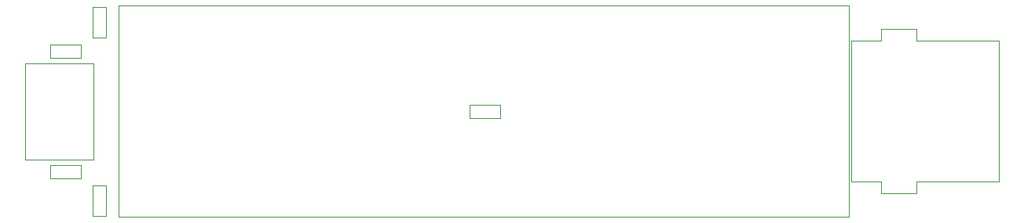
<source format=gbr>
%TF.GenerationSoftware,KiCad,Pcbnew,(5.1.6)-1*%
%TF.CreationDate,2020-08-13T11:00:50+03:00*%
%TF.ProjectId,Rechargeable 5V power bank REV 0.53,52656368-6172-4676-9561-626c65203556,rev?*%
%TF.SameCoordinates,Original*%
%TF.FileFunction,Other,User*%
%FSLAX46Y46*%
G04 Gerber Fmt 4.6, Leading zero omitted, Abs format (unit mm)*
G04 Created by KiCad (PCBNEW (5.1.6)-1) date 2020-08-13 11:00:50*
%MOMM*%
%LPD*%
G01*
G04 APERTURE LIST*
%ADD10C,0.120000*%
%ADD11C,0.050000*%
G04 APERTURE END LIST*
D10*
%TO.C,BAT1*%
X78630000Y-61070000D02*
X157370000Y-61070000D01*
X78630000Y-83930000D02*
X78630000Y-61070000D01*
X157370000Y-83930000D02*
X78630000Y-83930000D01*
X157370000Y-61070000D02*
X157370000Y-83930000D01*
D11*
%TO.C,R2*%
X75770000Y-64525000D02*
X75770000Y-61225000D01*
X77230000Y-64525000D02*
X75770000Y-64525000D01*
X77230000Y-61225000D02*
X77230000Y-64525000D01*
X75770000Y-61225000D02*
X77230000Y-61225000D01*
%TO.C,R1*%
X77230000Y-80475000D02*
X77230000Y-83775000D01*
X75770000Y-80475000D02*
X77230000Y-80475000D01*
X75770000Y-83775000D02*
X75770000Y-80475000D01*
X77230000Y-83775000D02*
X75770000Y-83775000D01*
%TO.C,NTC1*%
X119775000Y-73230000D02*
X116475000Y-73230000D01*
X119775000Y-71770000D02*
X119775000Y-73230000D01*
X116475000Y-71770000D02*
X119775000Y-71770000D01*
X116475000Y-73230000D02*
X116475000Y-71770000D01*
D10*
%TO.C,J2*%
X160805000Y-81390000D02*
X164615000Y-81390000D01*
X164615000Y-81390000D02*
X164615000Y-80120000D01*
X164615000Y-80120000D02*
X173505000Y-80120000D01*
X173505000Y-80120000D02*
X173505000Y-64880000D01*
X173505000Y-64880000D02*
X164615000Y-64880000D01*
X164615000Y-64880000D02*
X164615000Y-64245000D01*
X164615000Y-64245000D02*
X164615000Y-63610000D01*
X164615000Y-63610000D02*
X160805000Y-63610000D01*
X160805000Y-63610000D02*
X160805000Y-63610000D01*
X160805000Y-63610000D02*
X160805000Y-64880000D01*
X160805000Y-64880000D02*
X157630000Y-64880000D01*
X157630000Y-64880000D02*
X157630000Y-80120000D01*
X157630000Y-80120000D02*
X160805000Y-80120000D01*
X160805000Y-80120000D02*
X160805000Y-81390000D01*
%TO.C,J1*%
X75900000Y-67300000D02*
X68500000Y-67300000D01*
X75900000Y-77700000D02*
X75900000Y-67300000D01*
X75900000Y-77700000D02*
X68500000Y-77700000D01*
X68500000Y-77700000D02*
X68500000Y-67300000D01*
D11*
%TO.C,DS2*%
X71225000Y-78270000D02*
X74525000Y-78270000D01*
X71225000Y-79730000D02*
X71225000Y-78270000D01*
X74525000Y-79730000D02*
X71225000Y-79730000D01*
X74525000Y-78270000D02*
X74525000Y-79730000D01*
%TO.C,DS1*%
X71225000Y-65270000D02*
X74525000Y-65270000D01*
X71225000Y-66730000D02*
X71225000Y-65270000D01*
X74525000Y-66730000D02*
X71225000Y-66730000D01*
X74525000Y-65270000D02*
X74525000Y-66730000D01*
%TD*%
M02*

</source>
